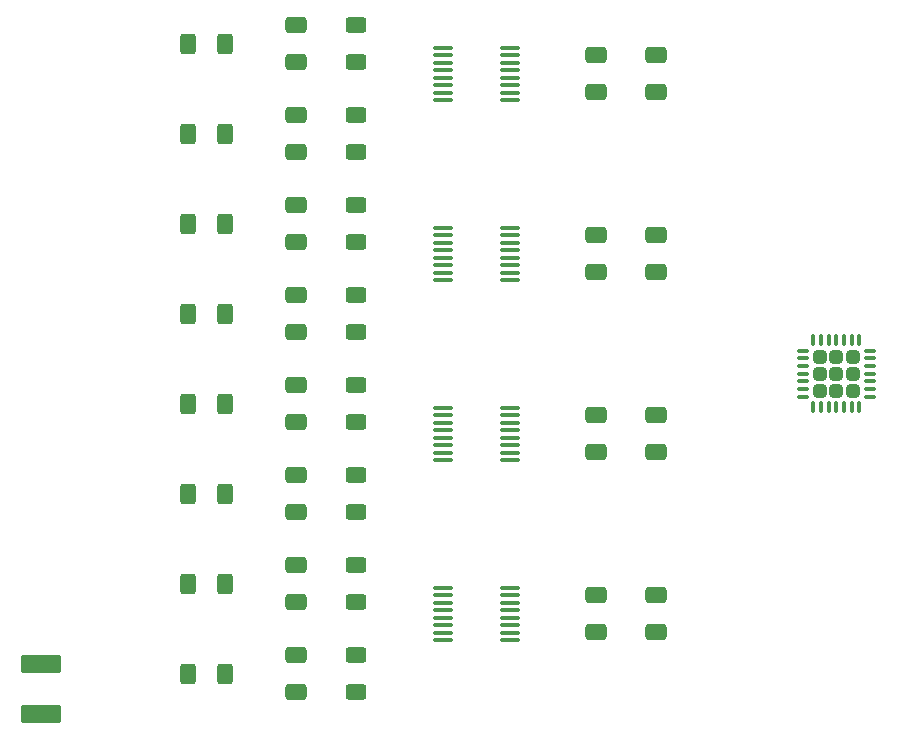
<source format=gbr>
%TF.GenerationSoftware,KiCad,Pcbnew,8.0.4-8.0.4-0~ubuntu22.04.1*%
%TF.CreationDate,2024-08-10T21:57:20+03:00*%
%TF.ProjectId,PM-DI16-DC24sink,504d2d44-4931-4362-9d44-43323473696e,rev?*%
%TF.SameCoordinates,Original*%
%TF.FileFunction,Paste,Top*%
%TF.FilePolarity,Positive*%
%FSLAX46Y46*%
G04 Gerber Fmt 4.6, Leading zero omitted, Abs format (unit mm)*
G04 Created by KiCad (PCBNEW 8.0.4-8.0.4-0~ubuntu22.04.1) date 2024-08-10 21:57:20*
%MOMM*%
%LPD*%
G01*
G04 APERTURE LIST*
G04 Aperture macros list*
%AMRoundRect*
0 Rectangle with rounded corners*
0 $1 Rounding radius*
0 $2 $3 $4 $5 $6 $7 $8 $9 X,Y pos of 4 corners*
0 Add a 4 corners polygon primitive as box body*
4,1,4,$2,$3,$4,$5,$6,$7,$8,$9,$2,$3,0*
0 Add four circle primitives for the rounded corners*
1,1,$1+$1,$2,$3*
1,1,$1+$1,$4,$5*
1,1,$1+$1,$6,$7*
1,1,$1+$1,$8,$9*
0 Add four rect primitives between the rounded corners*
20,1,$1+$1,$2,$3,$4,$5,0*
20,1,$1+$1,$4,$5,$6,$7,0*
20,1,$1+$1,$6,$7,$8,$9,0*
20,1,$1+$1,$8,$9,$2,$3,0*%
G04 Aperture macros list end*
%ADD10RoundRect,0.250000X0.625000X-0.400000X0.625000X0.400000X-0.625000X0.400000X-0.625000X-0.400000X0*%
%ADD11RoundRect,0.250000X-0.650000X0.412500X-0.650000X-0.412500X0.650000X-0.412500X0.650000X0.412500X0*%
%ADD12O,1.649999X0.399999*%
%ADD13RoundRect,0.250000X0.650000X-0.412500X0.650000X0.412500X-0.650000X0.412500X-0.650000X-0.412500X0*%
%ADD14RoundRect,0.250000X-0.400000X-0.625000X0.400000X-0.625000X0.400000X0.625000X-0.400000X0.625000X0*%
%ADD15RoundRect,0.250000X0.320000X-0.320000X0.320000X0.320000X-0.320000X0.320000X-0.320000X-0.320000X0*%
%ADD16RoundRect,0.075000X0.075000X-0.437500X0.075000X0.437500X-0.075000X0.437500X-0.075000X-0.437500X0*%
%ADD17RoundRect,0.075000X0.437500X-0.075000X0.437500X0.075000X-0.437500X0.075000X-0.437500X-0.075000X0*%
%ADD18RoundRect,0.250000X1.450000X-0.537500X1.450000X0.537500X-1.450000X0.537500X-1.450000X-0.537500X0*%
G04 APERTURE END LIST*
D10*
%TO.C,R9*%
X71120000Y-85370000D03*
X71120000Y-82270000D03*
%TD*%
D11*
%TO.C,C10*%
X96520000Y-100037500D03*
X96520000Y-103162500D03*
%TD*%
D12*
%TO.C,U3*%
X84105001Y-103822500D03*
X84105001Y-103187500D03*
X84105001Y-102552500D03*
X84105001Y-101917500D03*
X84105001Y-101282500D03*
X84105001Y-100647500D03*
X84105001Y-100012500D03*
X84105001Y-99377500D03*
X78455002Y-99377500D03*
X78455002Y-100012500D03*
X78455002Y-100647500D03*
X78455002Y-101282500D03*
X78455002Y-101917500D03*
X78455002Y-102552500D03*
X78455002Y-103187500D03*
X78455002Y-103822500D03*
%TD*%
D13*
%TO.C,C3*%
X66040000Y-115862500D03*
X66040000Y-112737500D03*
%TD*%
D14*
%TO.C,R3*%
X56870000Y-99060000D03*
X59970000Y-99060000D03*
%TD*%
D10*
%TO.C,R15*%
X71120000Y-131090000D03*
X71120000Y-127990000D03*
%TD*%
D13*
%TO.C,C7*%
X66040000Y-123482500D03*
X66040000Y-120357500D03*
%TD*%
D11*
%TO.C,C12*%
X96520000Y-130517500D03*
X96520000Y-133642500D03*
%TD*%
D13*
%TO.C,C8*%
X66040000Y-138722500D03*
X66040000Y-135597500D03*
%TD*%
D12*
%TO.C,U5*%
X84105001Y-134302500D03*
X84105001Y-133667500D03*
X84105001Y-133032500D03*
X84105001Y-132397500D03*
X84105001Y-131762500D03*
X84105001Y-131127500D03*
X84105001Y-130492500D03*
X84105001Y-129857500D03*
X78455002Y-129857500D03*
X78455002Y-130492500D03*
X78455002Y-131127500D03*
X78455002Y-131762500D03*
X78455002Y-132397500D03*
X78455002Y-133032500D03*
X78455002Y-133667500D03*
X78455002Y-134302500D03*
%TD*%
D11*
%TO.C,C13*%
X91440000Y-84797500D03*
X91440000Y-87922500D03*
%TD*%
D14*
%TO.C,R1*%
X56870000Y-83820000D03*
X59970000Y-83820000D03*
%TD*%
D13*
%TO.C,C2*%
X66040000Y-100622500D03*
X66040000Y-97497500D03*
%TD*%
D15*
%TO.C,U11*%
X110340000Y-113180000D03*
X111760000Y-113180000D03*
X113180000Y-113180000D03*
X110340000Y-111760000D03*
X111760000Y-111760000D03*
X113180000Y-111760000D03*
X110340000Y-110340000D03*
X111760000Y-110340000D03*
X113180000Y-110340000D03*
D16*
X109810000Y-114597500D03*
X110460000Y-114597500D03*
X111110000Y-114597500D03*
X111760000Y-114597500D03*
X112410000Y-114597500D03*
X113060000Y-114597500D03*
X113710000Y-114597500D03*
D17*
X114597500Y-113710000D03*
X114597500Y-113060000D03*
X114597500Y-112410000D03*
X114597500Y-111760000D03*
X114597500Y-111110000D03*
X114597500Y-110460000D03*
X114597500Y-109810000D03*
D16*
X113710000Y-108922500D03*
X113060000Y-108922500D03*
X112410000Y-108922500D03*
X111760000Y-108922500D03*
X111110000Y-108922500D03*
X110460000Y-108922500D03*
X109810000Y-108922500D03*
D17*
X108922500Y-109810000D03*
X108922500Y-110460000D03*
X108922500Y-111110000D03*
X108922500Y-111760000D03*
X108922500Y-112410000D03*
X108922500Y-113060000D03*
X108922500Y-113710000D03*
%TD*%
D13*
%TO.C,C4*%
X66040000Y-131102500D03*
X66040000Y-127977500D03*
%TD*%
D10*
%TO.C,R16*%
X71120000Y-138710000D03*
X71120000Y-135610000D03*
%TD*%
D14*
%TO.C,R6*%
X56870000Y-121920000D03*
X59970000Y-121920000D03*
%TD*%
D13*
%TO.C,C1*%
X66040000Y-85382500D03*
X66040000Y-82257500D03*
%TD*%
D10*
%TO.C,R10*%
X71120000Y-92990000D03*
X71120000Y-89890000D03*
%TD*%
D14*
%TO.C,R5*%
X56870000Y-114300000D03*
X59970000Y-114300000D03*
%TD*%
D13*
%TO.C,C6*%
X66040000Y-108242500D03*
X66040000Y-105117500D03*
%TD*%
D14*
%TO.C,R7*%
X56870000Y-129540000D03*
X59970000Y-129540000D03*
%TD*%
%TO.C,R4*%
X56870000Y-106680000D03*
X59970000Y-106680000D03*
%TD*%
D10*
%TO.C,R14*%
X71120000Y-123470000D03*
X71120000Y-120370000D03*
%TD*%
D18*
%TO.C,C33*%
X44450000Y-140567500D03*
X44450000Y-136292500D03*
%TD*%
D14*
%TO.C,R2*%
X56870000Y-91440000D03*
X59970000Y-91440000D03*
%TD*%
D11*
%TO.C,C16*%
X91440000Y-130517500D03*
X91440000Y-133642500D03*
%TD*%
%TO.C,C9*%
X96520000Y-84797500D03*
X96520000Y-87922500D03*
%TD*%
D12*
%TO.C,U4*%
X84105001Y-119062500D03*
X84105001Y-118427500D03*
X84105001Y-117792500D03*
X84105001Y-117157500D03*
X84105001Y-116522500D03*
X84105001Y-115887500D03*
X84105001Y-115252500D03*
X84105001Y-114617500D03*
X78455002Y-114617500D03*
X78455002Y-115252500D03*
X78455002Y-115887500D03*
X78455002Y-116522500D03*
X78455002Y-117157500D03*
X78455002Y-117792500D03*
X78455002Y-118427500D03*
X78455002Y-119062500D03*
%TD*%
D11*
%TO.C,C14*%
X91440000Y-100037500D03*
X91440000Y-103162500D03*
%TD*%
%TO.C,C15*%
X91440000Y-115277500D03*
X91440000Y-118402500D03*
%TD*%
D13*
%TO.C,C5*%
X66040000Y-93002500D03*
X66040000Y-89877500D03*
%TD*%
D12*
%TO.C,U2*%
X84105001Y-88582500D03*
X84105001Y-87947500D03*
X84105001Y-87312500D03*
X84105001Y-86677500D03*
X84105001Y-86042500D03*
X84105001Y-85407500D03*
X84105001Y-84772500D03*
X84105001Y-84137500D03*
X78455002Y-84137500D03*
X78455002Y-84772500D03*
X78455002Y-85407500D03*
X78455002Y-86042500D03*
X78455002Y-86677500D03*
X78455002Y-87312500D03*
X78455002Y-87947500D03*
X78455002Y-88582500D03*
%TD*%
D10*
%TO.C,R11*%
X71120000Y-100610000D03*
X71120000Y-97510000D03*
%TD*%
%TO.C,R13*%
X71120000Y-115850000D03*
X71120000Y-112750000D03*
%TD*%
%TO.C,R12*%
X71120000Y-108230000D03*
X71120000Y-105130000D03*
%TD*%
D11*
%TO.C,C11*%
X96520000Y-115277500D03*
X96520000Y-118402500D03*
%TD*%
D14*
%TO.C,R8*%
X56870000Y-137160000D03*
X59970000Y-137160000D03*
%TD*%
M02*

</source>
